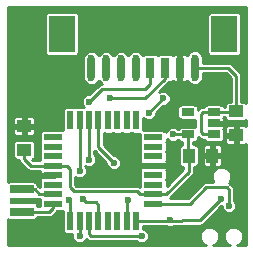
<source format=gtl>
G04 #@! TF.FileFunction,Copper,L1,Top,Signal*
%FSLAX46Y46*%
G04 Gerber Fmt 4.6, Leading zero omitted, Abs format (unit mm)*
G04 Created by KiCad (PCBNEW 4.0.7) date 04/14/20 22:35:50*
%MOMM*%
%LPD*%
G01*
G04 APERTURE LIST*
%ADD10C,0.100000*%
%ADD11C,0.600000*%
%ADD12R,1.250000X1.000000*%
%ADD13R,1.000000X1.250000*%
%ADD14R,1.060000X0.650000*%
%ADD15R,1.600000X0.550000*%
%ADD16R,0.550000X1.600000*%
%ADD17R,2.000000X0.700000*%
%ADD18R,2.000000X0.500000*%
%ADD19R,0.800000X1.700000*%
%ADD20R,2.200000X3.100000*%
%ADD21C,0.250000*%
%ADD22C,0.254000*%
G04 APERTURE END LIST*
D10*
D11*
X120500000Y-122100000D03*
X119600000Y-121200000D03*
X120500000Y-121200000D03*
X119600000Y-122100000D03*
X136600000Y-109700000D03*
X135700000Y-108800000D03*
X136600000Y-108800000D03*
X135700000Y-109700000D03*
X120400000Y-105300000D03*
X119500000Y-104400000D03*
X120400000Y-104400000D03*
X119500000Y-105300000D03*
X134000000Y-121875000D03*
X129400000Y-104900000D03*
X130300000Y-104000000D03*
X138300000Y-114550000D03*
X128250000Y-116500000D03*
X127000000Y-116750000D03*
X129400000Y-104000000D03*
X130300000Y-104900000D03*
X132650000Y-116150000D03*
X120200000Y-116650000D03*
X119050000Y-116200000D03*
D12*
X137750000Y-111250000D03*
X137750000Y-113250000D03*
D13*
X133750000Y-115000000D03*
X135750000Y-115000000D03*
D12*
X119800000Y-114500000D03*
X119800000Y-112500000D03*
D14*
X135850000Y-113200000D03*
X135850000Y-112250000D03*
X135850000Y-111300000D03*
X133650000Y-111300000D03*
X133650000Y-113200000D03*
D15*
X122250000Y-113450000D03*
X122250000Y-114250000D03*
X122250000Y-115050000D03*
X122250000Y-115850000D03*
X122250000Y-116650000D03*
X122250000Y-117450000D03*
X122250000Y-118250000D03*
X122250000Y-119050000D03*
D16*
X123700000Y-120500000D03*
X124500000Y-120500000D03*
X125300000Y-120500000D03*
X126100000Y-120500000D03*
X126900000Y-120500000D03*
X127700000Y-120500000D03*
X128500000Y-120500000D03*
X129300000Y-120500000D03*
D15*
X130750000Y-119050000D03*
X130750000Y-118250000D03*
X130750000Y-117450000D03*
X130750000Y-116650000D03*
X130750000Y-115850000D03*
X130750000Y-115050000D03*
X130750000Y-114250000D03*
X130750000Y-113450000D03*
D16*
X129300000Y-112000000D03*
X128500000Y-112000000D03*
X127700000Y-112000000D03*
X126900000Y-112000000D03*
X126100000Y-112000000D03*
X125300000Y-112000000D03*
X124500000Y-112000000D03*
X123700000Y-112000000D03*
D17*
X119600000Y-119750000D03*
D18*
X119600000Y-118800000D03*
D17*
X119600000Y-117850000D03*
D11*
X127400000Y-113700000D03*
D19*
X134250000Y-107575000D03*
X133000000Y-107575000D03*
X131750000Y-107575000D03*
X130500000Y-107575000D03*
X129250000Y-107575000D03*
X128000000Y-107575000D03*
X126750000Y-107575000D03*
X125500000Y-107575000D03*
D20*
X136750000Y-104675000D03*
X123000000Y-104675000D03*
D11*
X134250000Y-108425000D03*
X134250000Y-106700000D03*
X134250000Y-107575000D03*
X119600000Y-118800000D03*
X132400000Y-113200000D03*
X133750000Y-115000000D03*
X125325000Y-110425000D03*
X127075000Y-110150000D03*
X129250000Y-107575000D03*
X129250000Y-106725000D03*
X129250000Y-108450000D03*
X128000000Y-108425000D03*
X128000000Y-107575000D03*
X128000000Y-106725000D03*
X126750000Y-108425000D03*
X126750000Y-106725000D03*
X126750000Y-107575000D03*
X125500000Y-108425000D03*
X125500000Y-106725000D03*
X125500000Y-107575000D03*
X132150000Y-120450000D03*
X136500000Y-118650000D03*
X137150000Y-119250000D03*
X128600000Y-118750000D03*
X127400000Y-115600000D03*
X125300000Y-115325000D03*
X124785000Y-118650000D03*
X123600000Y-118750000D03*
X124500000Y-116300000D03*
X124500000Y-121800000D03*
X129750000Y-121800000D03*
X131575000Y-110150000D03*
X130375000Y-111350000D03*
D21*
X134250000Y-107575000D02*
X137085000Y-107575000D01*
X137750000Y-108240000D02*
X137750000Y-111250000D01*
X137085000Y-107575000D02*
X137750000Y-108240000D01*
X135850000Y-111300000D02*
X137700000Y-111300000D01*
X137700000Y-111300000D02*
X137750000Y-111250000D01*
X135850000Y-111300000D02*
X134950000Y-111300000D01*
X134950000Y-113200000D02*
X135850000Y-113200000D01*
X134750000Y-113000000D02*
X134950000Y-113200000D01*
X134750000Y-111500000D02*
X134750000Y-113000000D01*
X134950000Y-111300000D02*
X134750000Y-111500000D01*
X134250000Y-107575000D02*
X134250000Y-106700000D01*
X133650000Y-113200000D02*
X132400000Y-113200000D01*
X131850000Y-118250000D02*
X130750000Y-118250000D01*
X122250000Y-115850000D02*
X123400000Y-115850000D01*
X129600000Y-118250000D02*
X130750000Y-118250000D01*
X129350000Y-118000000D02*
X129600000Y-118250000D01*
X124000000Y-118000000D02*
X129350000Y-118000000D01*
X123650000Y-117650000D02*
X124000000Y-118000000D01*
X123650000Y-116100000D02*
X123650000Y-117650000D01*
X123400000Y-115850000D02*
X123650000Y-116100000D01*
X119800000Y-114500000D02*
X119800000Y-115300000D01*
X120350000Y-115850000D02*
X122250000Y-115850000D01*
X119800000Y-115300000D02*
X120350000Y-115850000D01*
X133305000Y-113200000D02*
X133650000Y-113200000D01*
X130750000Y-118250000D02*
X131850000Y-118250000D01*
X131850000Y-118250000D02*
X133750000Y-116350000D01*
X133750000Y-116350000D02*
X133750000Y-115000000D01*
X133650000Y-113200000D02*
X133650000Y-114900000D01*
X133650000Y-114900000D02*
X133750000Y-115000000D01*
X119600000Y-119750000D02*
X121900000Y-119750000D01*
X122250000Y-119400000D02*
X122250000Y-119050000D01*
X121900000Y-119750000D02*
X122250000Y-119400000D01*
X119600000Y-117850000D02*
X120700000Y-117850000D01*
X121100000Y-118250000D02*
X122250000Y-118250000D01*
X120700000Y-117850000D02*
X121100000Y-118250000D01*
X130500000Y-108925000D02*
X130500000Y-107575000D01*
X130050000Y-109375000D02*
X130500000Y-108925000D01*
X126375000Y-109375000D02*
X130050000Y-109375000D01*
X125325000Y-110425000D02*
X126375000Y-109375000D01*
X131750000Y-108475000D02*
X131750000Y-107575000D01*
X130075000Y-110150000D02*
X131750000Y-108475000D01*
X128950000Y-110150000D02*
X130075000Y-110150000D01*
X127075000Y-110150000D02*
X128950000Y-110150000D01*
X129250000Y-106725000D02*
X129250000Y-107575000D01*
X129250000Y-107575000D02*
X129250000Y-108450000D01*
X128000000Y-106725000D02*
X128000000Y-107575000D01*
X126750000Y-107575000D02*
X126750000Y-108425000D01*
X125500000Y-107575000D02*
X125500000Y-106725000D01*
X132150000Y-120450000D02*
X132150000Y-120500000D01*
X132150000Y-120500000D02*
X132150000Y-120450000D01*
X132150000Y-120450000D02*
X132150000Y-120500000D01*
X129300000Y-120500000D02*
X132150000Y-120500000D01*
X132150000Y-120500000D02*
X133150000Y-120500000D01*
X133150000Y-120500000D02*
X133175000Y-120475000D01*
X136500000Y-118650000D02*
X134675000Y-120475000D01*
X134675000Y-120475000D02*
X133175000Y-120475000D01*
X130750000Y-119050000D02*
X133850000Y-119050000D01*
X137150000Y-117875000D02*
X137150000Y-119250000D01*
X136950000Y-117675000D02*
X137150000Y-117875000D01*
X135225000Y-117675000D02*
X136950000Y-117675000D01*
X133850000Y-119050000D02*
X135225000Y-117675000D01*
X128500000Y-120500000D02*
X128500000Y-118850000D01*
X128500000Y-118850000D02*
X128600000Y-118750000D01*
X126100000Y-112000000D02*
X126100000Y-114300000D01*
X126100000Y-114300000D02*
X127400000Y-115600000D01*
X125300000Y-115325000D02*
X125300000Y-112000000D01*
X126100000Y-120500000D02*
X126100000Y-119200000D01*
X125850000Y-118950000D02*
X126100000Y-119200000D01*
X125085000Y-118950000D02*
X125850000Y-118950000D01*
X125085000Y-118950000D02*
X124785000Y-118650000D01*
X123700000Y-120500000D02*
X123700000Y-118850000D01*
X123700000Y-118850000D02*
X123600000Y-118750000D01*
X124500000Y-116300000D02*
X124500000Y-112000000D01*
X124500000Y-121800000D02*
X124500000Y-120500000D01*
X125300000Y-121650000D02*
X125300000Y-120500000D01*
X125450000Y-121800000D02*
X125300000Y-121650000D01*
X126550000Y-121800000D02*
X125450000Y-121800000D01*
X129750000Y-121800000D02*
X126550000Y-121800000D01*
X130375000Y-111350000D02*
X131575000Y-110150000D01*
D22*
G36*
X136814395Y-111871179D02*
X136886012Y-111982474D01*
X136995286Y-112057138D01*
X137125000Y-112083406D01*
X138375000Y-112083406D01*
X138496179Y-112060605D01*
X138598000Y-111995084D01*
X138598000Y-112510552D01*
X138560231Y-112472783D01*
X138440045Y-112423000D01*
X137958750Y-112423000D01*
X137877000Y-112504750D01*
X137877000Y-113123000D01*
X137897000Y-113123000D01*
X137897000Y-113377000D01*
X137877000Y-113377000D01*
X137877000Y-113995250D01*
X137958750Y-114077000D01*
X138440045Y-114077000D01*
X138560231Y-114027217D01*
X138598000Y-113989448D01*
X138598000Y-122598000D01*
X137811133Y-122598000D01*
X137981300Y-122527688D01*
X138212875Y-122296517D01*
X138338357Y-121994323D01*
X138338643Y-121667112D01*
X138213688Y-121364700D01*
X137982517Y-121133125D01*
X137680323Y-121007643D01*
X137353112Y-121007357D01*
X137050700Y-121132312D01*
X136819125Y-121363483D01*
X136693643Y-121665677D01*
X136693357Y-121992888D01*
X136818312Y-122295300D01*
X137049483Y-122526875D01*
X137220771Y-122598000D01*
X135779133Y-122598000D01*
X135949300Y-122527688D01*
X136180875Y-122296517D01*
X136306357Y-121994323D01*
X136306643Y-121667112D01*
X136181688Y-121364700D01*
X135950517Y-121133125D01*
X135648323Y-121007643D01*
X135321112Y-121007357D01*
X135018700Y-121132312D01*
X134787125Y-121363483D01*
X134661643Y-121665677D01*
X134661357Y-121992888D01*
X134786312Y-122295300D01*
X135017483Y-122526875D01*
X135188771Y-122598000D01*
X118402000Y-122598000D01*
X118402000Y-120360480D01*
X118470286Y-120407138D01*
X118600000Y-120433406D01*
X120600000Y-120433406D01*
X120721179Y-120410605D01*
X120832474Y-120338988D01*
X120907138Y-120229714D01*
X120912750Y-120202000D01*
X121900000Y-120202000D01*
X122072973Y-120167594D01*
X122219612Y-120069612D01*
X122569612Y-119719612D01*
X122610509Y-119658406D01*
X123050000Y-119658406D01*
X123101998Y-119648622D01*
X123091594Y-119700000D01*
X123091594Y-121300000D01*
X123114395Y-121421179D01*
X123186012Y-121532474D01*
X123295286Y-121607138D01*
X123425000Y-121633406D01*
X123890270Y-121633406D01*
X123873109Y-121674735D01*
X123872891Y-121924171D01*
X123968145Y-122154703D01*
X124144369Y-122331235D01*
X124374735Y-122426891D01*
X124624171Y-122427109D01*
X124854703Y-122331855D01*
X125031235Y-122155631D01*
X125070895Y-122060119D01*
X125130388Y-122119612D01*
X125277027Y-122217594D01*
X125450000Y-122252000D01*
X129315272Y-122252000D01*
X129394369Y-122331235D01*
X129624735Y-122426891D01*
X129874171Y-122427109D01*
X130104703Y-122331855D01*
X130281235Y-122155631D01*
X130376891Y-121925265D01*
X130377109Y-121675829D01*
X130281855Y-121445297D01*
X130105631Y-121268765D01*
X129908406Y-121186870D01*
X129908406Y-120952000D01*
X131765185Y-120952000D01*
X131794369Y-120981235D01*
X132024735Y-121076891D01*
X132274171Y-121077109D01*
X132504703Y-120981855D01*
X132534610Y-120952000D01*
X133150000Y-120952000D01*
X133275685Y-120927000D01*
X134675000Y-120927000D01*
X134847973Y-120892594D01*
X134994612Y-120794612D01*
X136512213Y-119277011D01*
X136522976Y-119277021D01*
X136522891Y-119374171D01*
X136618145Y-119604703D01*
X136794369Y-119781235D01*
X137024735Y-119876891D01*
X137274171Y-119877109D01*
X137504703Y-119781855D01*
X137681235Y-119605631D01*
X137776891Y-119375265D01*
X137777109Y-119125829D01*
X137681855Y-118895297D01*
X137602000Y-118815302D01*
X137602000Y-117875000D01*
X137567594Y-117702027D01*
X137469612Y-117555388D01*
X137269612Y-117355388D01*
X137142706Y-117270591D01*
X137196875Y-117216517D01*
X137322357Y-116914323D01*
X137322643Y-116587112D01*
X137197688Y-116284700D01*
X136966517Y-116053125D01*
X136664323Y-115927643D01*
X136374458Y-115927390D01*
X136435230Y-115902217D01*
X136527217Y-115810231D01*
X136577000Y-115690045D01*
X136577000Y-115208750D01*
X136495250Y-115127000D01*
X135877000Y-115127000D01*
X135877000Y-115870250D01*
X135958750Y-115952000D01*
X136277472Y-115952000D01*
X136034700Y-116052312D01*
X135803125Y-116283483D01*
X135677643Y-116585677D01*
X135677357Y-116912888D01*
X135802312Y-117215300D01*
X135809999Y-117223000D01*
X135225000Y-117223000D01*
X135052027Y-117257406D01*
X134905388Y-117355387D01*
X133662776Y-118598000D01*
X132127127Y-118598000D01*
X132169612Y-118569612D01*
X134069612Y-116669612D01*
X134167594Y-116522973D01*
X134202000Y-116350000D01*
X134202000Y-115958406D01*
X134250000Y-115958406D01*
X134371179Y-115935605D01*
X134482474Y-115863988D01*
X134557138Y-115754714D01*
X134583406Y-115625000D01*
X134583406Y-115208750D01*
X134923000Y-115208750D01*
X134923000Y-115690045D01*
X134972783Y-115810231D01*
X135064770Y-115902217D01*
X135184956Y-115952000D01*
X135541250Y-115952000D01*
X135623000Y-115870250D01*
X135623000Y-115127000D01*
X135004750Y-115127000D01*
X134923000Y-115208750D01*
X134583406Y-115208750D01*
X134583406Y-114375000D01*
X134571168Y-114309955D01*
X134923000Y-114309955D01*
X134923000Y-114791250D01*
X135004750Y-114873000D01*
X135623000Y-114873000D01*
X135623000Y-114129750D01*
X135877000Y-114129750D01*
X135877000Y-114873000D01*
X136495250Y-114873000D01*
X136577000Y-114791250D01*
X136577000Y-114309955D01*
X136527217Y-114189769D01*
X136435230Y-114097783D01*
X136315044Y-114048000D01*
X135958750Y-114048000D01*
X135877000Y-114129750D01*
X135623000Y-114129750D01*
X135541250Y-114048000D01*
X135184956Y-114048000D01*
X135064770Y-114097783D01*
X134972783Y-114189769D01*
X134923000Y-114309955D01*
X134571168Y-114309955D01*
X134560605Y-114253821D01*
X134488988Y-114142526D01*
X134379714Y-114067862D01*
X134250000Y-114041594D01*
X134102000Y-114041594D01*
X134102000Y-113858406D01*
X134180000Y-113858406D01*
X134301179Y-113835605D01*
X134412474Y-113763988D01*
X134487138Y-113654714D01*
X134513406Y-113525000D01*
X134513406Y-113402630D01*
X134630388Y-113519612D01*
X134777027Y-113617594D01*
X134950000Y-113652000D01*
X135013141Y-113652000D01*
X135081012Y-113757474D01*
X135190286Y-113832138D01*
X135320000Y-113858406D01*
X136380000Y-113858406D01*
X136501179Y-113835605D01*
X136612474Y-113763988D01*
X136687138Y-113654714D01*
X136713406Y-113525000D01*
X136713406Y-113458750D01*
X136798000Y-113458750D01*
X136798000Y-113815044D01*
X136847783Y-113935230D01*
X136939769Y-114027217D01*
X137059955Y-114077000D01*
X137541250Y-114077000D01*
X137623000Y-113995250D01*
X137623000Y-113377000D01*
X136879750Y-113377000D01*
X136798000Y-113458750D01*
X136713406Y-113458750D01*
X136713406Y-112875000D01*
X136690605Y-112753821D01*
X136671908Y-112724765D01*
X136688397Y-112684956D01*
X136798000Y-112684956D01*
X136798000Y-113041250D01*
X136879750Y-113123000D01*
X137623000Y-113123000D01*
X137623000Y-112504750D01*
X137541250Y-112423000D01*
X137059955Y-112423000D01*
X136939769Y-112472783D01*
X136847783Y-112564770D01*
X136798000Y-112684956D01*
X136688397Y-112684956D01*
X136707000Y-112640045D01*
X136707000Y-112458750D01*
X136625250Y-112377000D01*
X135977000Y-112377000D01*
X135977000Y-112397000D01*
X135723000Y-112397000D01*
X135723000Y-112377000D01*
X135703000Y-112377000D01*
X135703000Y-112123000D01*
X135723000Y-112123000D01*
X135723000Y-112103000D01*
X135977000Y-112103000D01*
X135977000Y-112123000D01*
X136625250Y-112123000D01*
X136707000Y-112041250D01*
X136707000Y-111859955D01*
X136672364Y-111776337D01*
X136687138Y-111754714D01*
X136687688Y-111752000D01*
X136791970Y-111752000D01*
X136814395Y-111871179D01*
X136814395Y-111871179D01*
G37*
X136814395Y-111871179D02*
X136886012Y-111982474D01*
X136995286Y-112057138D01*
X137125000Y-112083406D01*
X138375000Y-112083406D01*
X138496179Y-112060605D01*
X138598000Y-111995084D01*
X138598000Y-112510552D01*
X138560231Y-112472783D01*
X138440045Y-112423000D01*
X137958750Y-112423000D01*
X137877000Y-112504750D01*
X137877000Y-113123000D01*
X137897000Y-113123000D01*
X137897000Y-113377000D01*
X137877000Y-113377000D01*
X137877000Y-113995250D01*
X137958750Y-114077000D01*
X138440045Y-114077000D01*
X138560231Y-114027217D01*
X138598000Y-113989448D01*
X138598000Y-122598000D01*
X137811133Y-122598000D01*
X137981300Y-122527688D01*
X138212875Y-122296517D01*
X138338357Y-121994323D01*
X138338643Y-121667112D01*
X138213688Y-121364700D01*
X137982517Y-121133125D01*
X137680323Y-121007643D01*
X137353112Y-121007357D01*
X137050700Y-121132312D01*
X136819125Y-121363483D01*
X136693643Y-121665677D01*
X136693357Y-121992888D01*
X136818312Y-122295300D01*
X137049483Y-122526875D01*
X137220771Y-122598000D01*
X135779133Y-122598000D01*
X135949300Y-122527688D01*
X136180875Y-122296517D01*
X136306357Y-121994323D01*
X136306643Y-121667112D01*
X136181688Y-121364700D01*
X135950517Y-121133125D01*
X135648323Y-121007643D01*
X135321112Y-121007357D01*
X135018700Y-121132312D01*
X134787125Y-121363483D01*
X134661643Y-121665677D01*
X134661357Y-121992888D01*
X134786312Y-122295300D01*
X135017483Y-122526875D01*
X135188771Y-122598000D01*
X118402000Y-122598000D01*
X118402000Y-120360480D01*
X118470286Y-120407138D01*
X118600000Y-120433406D01*
X120600000Y-120433406D01*
X120721179Y-120410605D01*
X120832474Y-120338988D01*
X120907138Y-120229714D01*
X120912750Y-120202000D01*
X121900000Y-120202000D01*
X122072973Y-120167594D01*
X122219612Y-120069612D01*
X122569612Y-119719612D01*
X122610509Y-119658406D01*
X123050000Y-119658406D01*
X123101998Y-119648622D01*
X123091594Y-119700000D01*
X123091594Y-121300000D01*
X123114395Y-121421179D01*
X123186012Y-121532474D01*
X123295286Y-121607138D01*
X123425000Y-121633406D01*
X123890270Y-121633406D01*
X123873109Y-121674735D01*
X123872891Y-121924171D01*
X123968145Y-122154703D01*
X124144369Y-122331235D01*
X124374735Y-122426891D01*
X124624171Y-122427109D01*
X124854703Y-122331855D01*
X125031235Y-122155631D01*
X125070895Y-122060119D01*
X125130388Y-122119612D01*
X125277027Y-122217594D01*
X125450000Y-122252000D01*
X129315272Y-122252000D01*
X129394369Y-122331235D01*
X129624735Y-122426891D01*
X129874171Y-122427109D01*
X130104703Y-122331855D01*
X130281235Y-122155631D01*
X130376891Y-121925265D01*
X130377109Y-121675829D01*
X130281855Y-121445297D01*
X130105631Y-121268765D01*
X129908406Y-121186870D01*
X129908406Y-120952000D01*
X131765185Y-120952000D01*
X131794369Y-120981235D01*
X132024735Y-121076891D01*
X132274171Y-121077109D01*
X132504703Y-120981855D01*
X132534610Y-120952000D01*
X133150000Y-120952000D01*
X133275685Y-120927000D01*
X134675000Y-120927000D01*
X134847973Y-120892594D01*
X134994612Y-120794612D01*
X136512213Y-119277011D01*
X136522976Y-119277021D01*
X136522891Y-119374171D01*
X136618145Y-119604703D01*
X136794369Y-119781235D01*
X137024735Y-119876891D01*
X137274171Y-119877109D01*
X137504703Y-119781855D01*
X137681235Y-119605631D01*
X137776891Y-119375265D01*
X137777109Y-119125829D01*
X137681855Y-118895297D01*
X137602000Y-118815302D01*
X137602000Y-117875000D01*
X137567594Y-117702027D01*
X137469612Y-117555388D01*
X137269612Y-117355388D01*
X137142706Y-117270591D01*
X137196875Y-117216517D01*
X137322357Y-116914323D01*
X137322643Y-116587112D01*
X137197688Y-116284700D01*
X136966517Y-116053125D01*
X136664323Y-115927643D01*
X136374458Y-115927390D01*
X136435230Y-115902217D01*
X136527217Y-115810231D01*
X136577000Y-115690045D01*
X136577000Y-115208750D01*
X136495250Y-115127000D01*
X135877000Y-115127000D01*
X135877000Y-115870250D01*
X135958750Y-115952000D01*
X136277472Y-115952000D01*
X136034700Y-116052312D01*
X135803125Y-116283483D01*
X135677643Y-116585677D01*
X135677357Y-116912888D01*
X135802312Y-117215300D01*
X135809999Y-117223000D01*
X135225000Y-117223000D01*
X135052027Y-117257406D01*
X134905388Y-117355387D01*
X133662776Y-118598000D01*
X132127127Y-118598000D01*
X132169612Y-118569612D01*
X134069612Y-116669612D01*
X134167594Y-116522973D01*
X134202000Y-116350000D01*
X134202000Y-115958406D01*
X134250000Y-115958406D01*
X134371179Y-115935605D01*
X134482474Y-115863988D01*
X134557138Y-115754714D01*
X134583406Y-115625000D01*
X134583406Y-115208750D01*
X134923000Y-115208750D01*
X134923000Y-115690045D01*
X134972783Y-115810231D01*
X135064770Y-115902217D01*
X135184956Y-115952000D01*
X135541250Y-115952000D01*
X135623000Y-115870250D01*
X135623000Y-115127000D01*
X135004750Y-115127000D01*
X134923000Y-115208750D01*
X134583406Y-115208750D01*
X134583406Y-114375000D01*
X134571168Y-114309955D01*
X134923000Y-114309955D01*
X134923000Y-114791250D01*
X135004750Y-114873000D01*
X135623000Y-114873000D01*
X135623000Y-114129750D01*
X135877000Y-114129750D01*
X135877000Y-114873000D01*
X136495250Y-114873000D01*
X136577000Y-114791250D01*
X136577000Y-114309955D01*
X136527217Y-114189769D01*
X136435230Y-114097783D01*
X136315044Y-114048000D01*
X135958750Y-114048000D01*
X135877000Y-114129750D01*
X135623000Y-114129750D01*
X135541250Y-114048000D01*
X135184956Y-114048000D01*
X135064770Y-114097783D01*
X134972783Y-114189769D01*
X134923000Y-114309955D01*
X134571168Y-114309955D01*
X134560605Y-114253821D01*
X134488988Y-114142526D01*
X134379714Y-114067862D01*
X134250000Y-114041594D01*
X134102000Y-114041594D01*
X134102000Y-113858406D01*
X134180000Y-113858406D01*
X134301179Y-113835605D01*
X134412474Y-113763988D01*
X134487138Y-113654714D01*
X134513406Y-113525000D01*
X134513406Y-113402630D01*
X134630388Y-113519612D01*
X134777027Y-113617594D01*
X134950000Y-113652000D01*
X135013141Y-113652000D01*
X135081012Y-113757474D01*
X135190286Y-113832138D01*
X135320000Y-113858406D01*
X136380000Y-113858406D01*
X136501179Y-113835605D01*
X136612474Y-113763988D01*
X136687138Y-113654714D01*
X136713406Y-113525000D01*
X136713406Y-113458750D01*
X136798000Y-113458750D01*
X136798000Y-113815044D01*
X136847783Y-113935230D01*
X136939769Y-114027217D01*
X137059955Y-114077000D01*
X137541250Y-114077000D01*
X137623000Y-113995250D01*
X137623000Y-113377000D01*
X136879750Y-113377000D01*
X136798000Y-113458750D01*
X136713406Y-113458750D01*
X136713406Y-112875000D01*
X136690605Y-112753821D01*
X136671908Y-112724765D01*
X136688397Y-112684956D01*
X136798000Y-112684956D01*
X136798000Y-113041250D01*
X136879750Y-113123000D01*
X137623000Y-113123000D01*
X137623000Y-112504750D01*
X137541250Y-112423000D01*
X137059955Y-112423000D01*
X136939769Y-112472783D01*
X136847783Y-112564770D01*
X136798000Y-112684956D01*
X136688397Y-112684956D01*
X136707000Y-112640045D01*
X136707000Y-112458750D01*
X136625250Y-112377000D01*
X135977000Y-112377000D01*
X135977000Y-112397000D01*
X135723000Y-112397000D01*
X135723000Y-112377000D01*
X135703000Y-112377000D01*
X135703000Y-112123000D01*
X135723000Y-112123000D01*
X135723000Y-112103000D01*
X135977000Y-112103000D01*
X135977000Y-112123000D01*
X136625250Y-112123000D01*
X136707000Y-112041250D01*
X136707000Y-111859955D01*
X136672364Y-111776337D01*
X136687138Y-111754714D01*
X136687688Y-111752000D01*
X136791970Y-111752000D01*
X136814395Y-111871179D01*
G36*
X120927027Y-118667594D02*
X121100000Y-118702000D01*
X121131377Y-118702000D01*
X121116594Y-118775000D01*
X121116594Y-119298000D01*
X120914214Y-119298000D01*
X120910605Y-119278821D01*
X120879307Y-119230183D01*
X120927000Y-119115044D01*
X120927000Y-119006750D01*
X120845250Y-118925000D01*
X119727000Y-118925000D01*
X119727000Y-118947000D01*
X119473000Y-118947000D01*
X119473000Y-118925000D01*
X119453000Y-118925000D01*
X119453000Y-118675000D01*
X119473000Y-118675000D01*
X119473000Y-118653000D01*
X119727000Y-118653000D01*
X119727000Y-118675000D01*
X120845250Y-118675000D01*
X120882445Y-118637805D01*
X120927027Y-118667594D01*
X120927027Y-118667594D01*
G37*
X120927027Y-118667594D02*
X121100000Y-118702000D01*
X121131377Y-118702000D01*
X121116594Y-118775000D01*
X121116594Y-119298000D01*
X120914214Y-119298000D01*
X120910605Y-119278821D01*
X120879307Y-119230183D01*
X120927000Y-119115044D01*
X120927000Y-119006750D01*
X120845250Y-118925000D01*
X119727000Y-118925000D01*
X119727000Y-118947000D01*
X119473000Y-118947000D01*
X119473000Y-118925000D01*
X119453000Y-118925000D01*
X119453000Y-118675000D01*
X119473000Y-118675000D01*
X119473000Y-118653000D01*
X119727000Y-118653000D01*
X119727000Y-118675000D01*
X120845250Y-118675000D01*
X120882445Y-118637805D01*
X120927027Y-118667594D01*
G36*
X129025000Y-113133406D02*
X129575000Y-113133406D01*
X129626998Y-113123622D01*
X129616594Y-113175000D01*
X129616594Y-113725000D01*
X129639395Y-113846179D01*
X129641895Y-113850063D01*
X129616594Y-113975000D01*
X129616594Y-114525000D01*
X129639395Y-114646179D01*
X129641895Y-114650063D01*
X129616594Y-114775000D01*
X129616594Y-115325000D01*
X129639395Y-115446179D01*
X129645492Y-115455654D01*
X129623000Y-115509955D01*
X129623000Y-115641250D01*
X129704750Y-115723000D01*
X130623000Y-115723000D01*
X130623000Y-115703000D01*
X130877000Y-115703000D01*
X130877000Y-115723000D01*
X131795250Y-115723000D01*
X131877000Y-115641250D01*
X131877000Y-115509955D01*
X131855258Y-115457465D01*
X131857138Y-115454714D01*
X131883406Y-115325000D01*
X131883406Y-114775000D01*
X131860605Y-114653821D01*
X131858105Y-114649937D01*
X131883406Y-114525000D01*
X131883406Y-113975000D01*
X131860605Y-113853821D01*
X131858105Y-113849937D01*
X131883406Y-113725000D01*
X131883406Y-113569991D01*
X132044369Y-113731235D01*
X132274735Y-113826891D01*
X132524171Y-113827109D01*
X132754703Y-113731855D01*
X132821572Y-113665103D01*
X132881012Y-113757474D01*
X132990286Y-113832138D01*
X133120000Y-113858406D01*
X133198000Y-113858406D01*
X133198000Y-114051378D01*
X133128821Y-114064395D01*
X133017526Y-114136012D01*
X132942862Y-114245286D01*
X132916594Y-114375000D01*
X132916594Y-115625000D01*
X132939395Y-115746179D01*
X133011012Y-115857474D01*
X133120286Y-115932138D01*
X133250000Y-115958406D01*
X133298000Y-115958406D01*
X133298000Y-116162776D01*
X131883406Y-117577370D01*
X131883406Y-117175000D01*
X131860605Y-117053821D01*
X131858105Y-117049937D01*
X131883406Y-116925000D01*
X131883406Y-116375000D01*
X131860605Y-116253821D01*
X131854508Y-116244346D01*
X131877000Y-116190045D01*
X131877000Y-116058750D01*
X131795250Y-115977000D01*
X130877000Y-115977000D01*
X130877000Y-115997000D01*
X130623000Y-115997000D01*
X130623000Y-115977000D01*
X129704750Y-115977000D01*
X129623000Y-116058750D01*
X129623000Y-116190045D01*
X129644742Y-116242535D01*
X129642862Y-116245286D01*
X129616594Y-116375000D01*
X129616594Y-116925000D01*
X129639395Y-117046179D01*
X129641895Y-117050063D01*
X129616594Y-117175000D01*
X129616594Y-117644962D01*
X129522973Y-117582406D01*
X129350000Y-117548000D01*
X124187224Y-117548000D01*
X124102000Y-117462776D01*
X124102000Y-116788792D01*
X124144369Y-116831235D01*
X124374735Y-116926891D01*
X124624171Y-116927109D01*
X124854703Y-116831855D01*
X125031235Y-116655631D01*
X125126891Y-116425265D01*
X125127109Y-116175829D01*
X125031855Y-115945297D01*
X124952000Y-115865302D01*
X124952000Y-115859404D01*
X125174735Y-115951891D01*
X125424171Y-115952109D01*
X125654703Y-115856855D01*
X125831235Y-115680631D01*
X125926891Y-115450265D01*
X125927109Y-115200829D01*
X125831855Y-114970297D01*
X125752000Y-114890302D01*
X125752000Y-114577127D01*
X125780388Y-114619612D01*
X126772989Y-115612214D01*
X126772891Y-115724171D01*
X126868145Y-115954703D01*
X127044369Y-116131235D01*
X127274735Y-116226891D01*
X127524171Y-116227109D01*
X127754703Y-116131855D01*
X127931235Y-115955631D01*
X128026891Y-115725265D01*
X128027109Y-115475829D01*
X127931855Y-115245297D01*
X127755631Y-115068765D01*
X127525265Y-114973109D01*
X127412235Y-114973010D01*
X126552000Y-114112776D01*
X126552000Y-113118623D01*
X126625000Y-113133406D01*
X127175000Y-113133406D01*
X127296179Y-113110605D01*
X127300063Y-113108105D01*
X127425000Y-113133406D01*
X127975000Y-113133406D01*
X128096179Y-113110605D01*
X128100063Y-113108105D01*
X128225000Y-113133406D01*
X128775000Y-113133406D01*
X128896179Y-113110605D01*
X128900063Y-113108105D01*
X129025000Y-113133406D01*
X129025000Y-113133406D01*
G37*
X129025000Y-113133406D02*
X129575000Y-113133406D01*
X129626998Y-113123622D01*
X129616594Y-113175000D01*
X129616594Y-113725000D01*
X129639395Y-113846179D01*
X129641895Y-113850063D01*
X129616594Y-113975000D01*
X129616594Y-114525000D01*
X129639395Y-114646179D01*
X129641895Y-114650063D01*
X129616594Y-114775000D01*
X129616594Y-115325000D01*
X129639395Y-115446179D01*
X129645492Y-115455654D01*
X129623000Y-115509955D01*
X129623000Y-115641250D01*
X129704750Y-115723000D01*
X130623000Y-115723000D01*
X130623000Y-115703000D01*
X130877000Y-115703000D01*
X130877000Y-115723000D01*
X131795250Y-115723000D01*
X131877000Y-115641250D01*
X131877000Y-115509955D01*
X131855258Y-115457465D01*
X131857138Y-115454714D01*
X131883406Y-115325000D01*
X131883406Y-114775000D01*
X131860605Y-114653821D01*
X131858105Y-114649937D01*
X131883406Y-114525000D01*
X131883406Y-113975000D01*
X131860605Y-113853821D01*
X131858105Y-113849937D01*
X131883406Y-113725000D01*
X131883406Y-113569991D01*
X132044369Y-113731235D01*
X132274735Y-113826891D01*
X132524171Y-113827109D01*
X132754703Y-113731855D01*
X132821572Y-113665103D01*
X132881012Y-113757474D01*
X132990286Y-113832138D01*
X133120000Y-113858406D01*
X133198000Y-113858406D01*
X133198000Y-114051378D01*
X133128821Y-114064395D01*
X133017526Y-114136012D01*
X132942862Y-114245286D01*
X132916594Y-114375000D01*
X132916594Y-115625000D01*
X132939395Y-115746179D01*
X133011012Y-115857474D01*
X133120286Y-115932138D01*
X133250000Y-115958406D01*
X133298000Y-115958406D01*
X133298000Y-116162776D01*
X131883406Y-117577370D01*
X131883406Y-117175000D01*
X131860605Y-117053821D01*
X131858105Y-117049937D01*
X131883406Y-116925000D01*
X131883406Y-116375000D01*
X131860605Y-116253821D01*
X131854508Y-116244346D01*
X131877000Y-116190045D01*
X131877000Y-116058750D01*
X131795250Y-115977000D01*
X130877000Y-115977000D01*
X130877000Y-115997000D01*
X130623000Y-115997000D01*
X130623000Y-115977000D01*
X129704750Y-115977000D01*
X129623000Y-116058750D01*
X129623000Y-116190045D01*
X129644742Y-116242535D01*
X129642862Y-116245286D01*
X129616594Y-116375000D01*
X129616594Y-116925000D01*
X129639395Y-117046179D01*
X129641895Y-117050063D01*
X129616594Y-117175000D01*
X129616594Y-117644962D01*
X129522973Y-117582406D01*
X129350000Y-117548000D01*
X124187224Y-117548000D01*
X124102000Y-117462776D01*
X124102000Y-116788792D01*
X124144369Y-116831235D01*
X124374735Y-116926891D01*
X124624171Y-116927109D01*
X124854703Y-116831855D01*
X125031235Y-116655631D01*
X125126891Y-116425265D01*
X125127109Y-116175829D01*
X125031855Y-115945297D01*
X124952000Y-115865302D01*
X124952000Y-115859404D01*
X125174735Y-115951891D01*
X125424171Y-115952109D01*
X125654703Y-115856855D01*
X125831235Y-115680631D01*
X125926891Y-115450265D01*
X125927109Y-115200829D01*
X125831855Y-114970297D01*
X125752000Y-114890302D01*
X125752000Y-114577127D01*
X125780388Y-114619612D01*
X126772989Y-115612214D01*
X126772891Y-115724171D01*
X126868145Y-115954703D01*
X127044369Y-116131235D01*
X127274735Y-116226891D01*
X127524171Y-116227109D01*
X127754703Y-116131855D01*
X127931235Y-115955631D01*
X128026891Y-115725265D01*
X128027109Y-115475829D01*
X127931855Y-115245297D01*
X127755631Y-115068765D01*
X127525265Y-114973109D01*
X127412235Y-114973010D01*
X126552000Y-114112776D01*
X126552000Y-113118623D01*
X126625000Y-113133406D01*
X127175000Y-113133406D01*
X127296179Y-113110605D01*
X127300063Y-113108105D01*
X127425000Y-113133406D01*
X127975000Y-113133406D01*
X128096179Y-113110605D01*
X128100063Y-113108105D01*
X128225000Y-113133406D01*
X128775000Y-113133406D01*
X128896179Y-113110605D01*
X128900063Y-113108105D01*
X129025000Y-113133406D01*
G36*
X138598000Y-110506602D02*
X138504714Y-110442862D01*
X138375000Y-110416594D01*
X138202000Y-110416594D01*
X138202000Y-108240000D01*
X138167594Y-108067027D01*
X138069612Y-107920388D01*
X137404612Y-107255388D01*
X137257973Y-107157406D01*
X137085000Y-107123000D01*
X134983406Y-107123000D01*
X134983406Y-106725000D01*
X134960605Y-106603821D01*
X134888988Y-106492526D01*
X134824475Y-106448446D01*
X134781855Y-106345297D01*
X134605631Y-106168765D01*
X134375265Y-106073109D01*
X134125829Y-106072891D01*
X133895297Y-106168145D01*
X133718765Y-106344369D01*
X133675419Y-106448759D01*
X133621136Y-106483689D01*
X133585230Y-106447783D01*
X133465044Y-106398000D01*
X133208750Y-106398000D01*
X133127000Y-106479750D01*
X133127000Y-107448000D01*
X133147000Y-107448000D01*
X133147000Y-107702000D01*
X133127000Y-107702000D01*
X133127000Y-108670250D01*
X133208750Y-108752000D01*
X133465044Y-108752000D01*
X133585230Y-108702217D01*
X133622277Y-108665171D01*
X133689918Y-108711388D01*
X133718145Y-108779703D01*
X133894369Y-108956235D01*
X134124735Y-109051891D01*
X134374171Y-109052109D01*
X134604703Y-108956855D01*
X134781235Y-108780631D01*
X134810415Y-108710357D01*
X134882474Y-108663988D01*
X134957138Y-108554714D01*
X134983406Y-108425000D01*
X134983406Y-108027000D01*
X136897776Y-108027000D01*
X137298000Y-108427224D01*
X137298000Y-110416594D01*
X137125000Y-110416594D01*
X137003821Y-110439395D01*
X136892526Y-110511012D01*
X136817862Y-110620286D01*
X136791594Y-110750000D01*
X136791594Y-110848000D01*
X136686859Y-110848000D01*
X136618988Y-110742526D01*
X136509714Y-110667862D01*
X136380000Y-110641594D01*
X135320000Y-110641594D01*
X135198821Y-110664395D01*
X135087526Y-110736012D01*
X135012862Y-110845286D01*
X135012312Y-110848000D01*
X134950000Y-110848000D01*
X134777027Y-110882406D01*
X134630388Y-110980388D01*
X134513406Y-111097370D01*
X134513406Y-110975000D01*
X134490605Y-110853821D01*
X134418988Y-110742526D01*
X134309714Y-110667862D01*
X134180000Y-110641594D01*
X133120000Y-110641594D01*
X132998821Y-110664395D01*
X132887526Y-110736012D01*
X132812862Y-110845286D01*
X132786594Y-110975000D01*
X132786594Y-111625000D01*
X132809395Y-111746179D01*
X132881012Y-111857474D01*
X132990286Y-111932138D01*
X133120000Y-111958406D01*
X134180000Y-111958406D01*
X134298000Y-111936203D01*
X134298000Y-112565490D01*
X134180000Y-112541594D01*
X133120000Y-112541594D01*
X132998821Y-112564395D01*
X132887526Y-112636012D01*
X132820646Y-112733894D01*
X132755631Y-112668765D01*
X132525265Y-112573109D01*
X132275829Y-112572891D01*
X132045297Y-112668145D01*
X131868765Y-112844369D01*
X131812703Y-112979381D01*
X131788988Y-112942526D01*
X131679714Y-112867862D01*
X131550000Y-112841594D01*
X129950000Y-112841594D01*
X129898002Y-112851378D01*
X129908406Y-112800000D01*
X129908406Y-111770078D01*
X130019369Y-111881235D01*
X130249735Y-111976891D01*
X130499171Y-111977109D01*
X130729703Y-111881855D01*
X130906235Y-111705631D01*
X131001891Y-111475265D01*
X131001990Y-111362234D01*
X131587213Y-110777011D01*
X131699171Y-110777109D01*
X131929703Y-110681855D01*
X132106235Y-110505631D01*
X132201891Y-110275265D01*
X132202109Y-110025829D01*
X132106855Y-109795297D01*
X131930631Y-109618765D01*
X131700265Y-109523109D01*
X131450829Y-109522891D01*
X131264233Y-109599991D01*
X132069612Y-108794612D01*
X132093804Y-108758406D01*
X132150000Y-108758406D01*
X132271179Y-108735605D01*
X132378864Y-108666311D01*
X132414770Y-108702217D01*
X132534956Y-108752000D01*
X132791250Y-108752000D01*
X132873000Y-108670250D01*
X132873000Y-107702000D01*
X132853000Y-107702000D01*
X132853000Y-107448000D01*
X132873000Y-107448000D01*
X132873000Y-106479750D01*
X132791250Y-106398000D01*
X132534956Y-106398000D01*
X132414770Y-106447783D01*
X132377723Y-106484829D01*
X132279714Y-106417862D01*
X132150000Y-106391594D01*
X131350000Y-106391594D01*
X131228821Y-106414395D01*
X131123669Y-106482059D01*
X131029714Y-106417862D01*
X130900000Y-106391594D01*
X130100000Y-106391594D01*
X129978821Y-106414395D01*
X129873669Y-106482059D01*
X129810082Y-106438612D01*
X129781855Y-106370297D01*
X129605631Y-106193765D01*
X129375265Y-106098109D01*
X129125829Y-106097891D01*
X128895297Y-106193145D01*
X128718765Y-106369369D01*
X128689585Y-106439643D01*
X128623669Y-106482059D01*
X128560082Y-106438612D01*
X128531855Y-106370297D01*
X128355631Y-106193765D01*
X128125265Y-106098109D01*
X127875829Y-106097891D01*
X127645297Y-106193145D01*
X127468765Y-106369369D01*
X127439585Y-106439643D01*
X127373669Y-106482059D01*
X127310082Y-106438612D01*
X127281855Y-106370297D01*
X127105631Y-106193765D01*
X126875265Y-106098109D01*
X126625829Y-106097891D01*
X126395297Y-106193145D01*
X126218765Y-106369369D01*
X126189585Y-106439643D01*
X126123669Y-106482059D01*
X126060082Y-106438612D01*
X126031855Y-106370297D01*
X125855631Y-106193765D01*
X125625265Y-106098109D01*
X125375829Y-106097891D01*
X125145297Y-106193145D01*
X124968765Y-106369369D01*
X124939585Y-106439643D01*
X124867526Y-106486012D01*
X124792862Y-106595286D01*
X124766594Y-106725000D01*
X124766594Y-108425000D01*
X124789395Y-108546179D01*
X124861012Y-108657474D01*
X124939918Y-108711388D01*
X124968145Y-108779703D01*
X125144369Y-108956235D01*
X125374735Y-109051891D01*
X125624171Y-109052109D01*
X125854703Y-108956855D01*
X126031235Y-108780631D01*
X126060415Y-108710357D01*
X126126331Y-108667941D01*
X126189918Y-108711388D01*
X126218145Y-108779703D01*
X126363480Y-108925292D01*
X126207914Y-108956235D01*
X126202027Y-108957406D01*
X126055388Y-109055388D01*
X125312787Y-109797989D01*
X125200829Y-109797891D01*
X124970297Y-109893145D01*
X124793765Y-110069369D01*
X124698109Y-110299735D01*
X124697891Y-110549171D01*
X124793145Y-110779703D01*
X124903105Y-110889856D01*
X124899937Y-110891895D01*
X124775000Y-110866594D01*
X124225000Y-110866594D01*
X124103821Y-110889395D01*
X124099937Y-110891895D01*
X123975000Y-110866594D01*
X123425000Y-110866594D01*
X123303821Y-110889395D01*
X123192526Y-110961012D01*
X123117862Y-111070286D01*
X123091594Y-111200000D01*
X123091594Y-112800000D01*
X123101378Y-112851998D01*
X123050000Y-112841594D01*
X121450000Y-112841594D01*
X121328821Y-112864395D01*
X121217526Y-112936012D01*
X121142862Y-113045286D01*
X121116594Y-113175000D01*
X121116594Y-113725000D01*
X121139395Y-113846179D01*
X121141895Y-113850063D01*
X121116594Y-113975000D01*
X121116594Y-114525000D01*
X121139395Y-114646179D01*
X121141895Y-114650063D01*
X121116594Y-114775000D01*
X121116594Y-115325000D01*
X121130330Y-115398000D01*
X120537225Y-115398000D01*
X120465088Y-115325863D01*
X120546179Y-115310605D01*
X120657474Y-115238988D01*
X120732138Y-115129714D01*
X120758406Y-115000000D01*
X120758406Y-114000000D01*
X120735605Y-113878821D01*
X120663988Y-113767526D01*
X120554714Y-113692862D01*
X120425000Y-113666594D01*
X119175000Y-113666594D01*
X119053821Y-113689395D01*
X118942526Y-113761012D01*
X118867862Y-113870286D01*
X118841594Y-114000000D01*
X118841594Y-115000000D01*
X118864395Y-115121179D01*
X118936012Y-115232474D01*
X119045286Y-115307138D01*
X119175000Y-115333406D01*
X119354645Y-115333406D01*
X119382406Y-115472973D01*
X119480388Y-115619612D01*
X120030387Y-116169612D01*
X120143641Y-116245286D01*
X120177027Y-116267594D01*
X120350000Y-116302000D01*
X121126295Y-116302000D01*
X121123000Y-116309955D01*
X121123000Y-116441250D01*
X121204750Y-116523000D01*
X122123000Y-116523000D01*
X122123000Y-116503000D01*
X122377000Y-116503000D01*
X122377000Y-116523000D01*
X122397000Y-116523000D01*
X122397000Y-116777000D01*
X122377000Y-116777000D01*
X122377000Y-116797000D01*
X122123000Y-116797000D01*
X122123000Y-116777000D01*
X121204750Y-116777000D01*
X121123000Y-116858750D01*
X121123000Y-116990045D01*
X121144742Y-117042535D01*
X121142862Y-117045286D01*
X121116594Y-117175000D01*
X121116594Y-117627370D01*
X121019612Y-117530388D01*
X120927549Y-117468873D01*
X120910605Y-117378821D01*
X120838988Y-117267526D01*
X120729714Y-117192862D01*
X120600000Y-117166594D01*
X118600000Y-117166594D01*
X118478821Y-117189395D01*
X118402000Y-117238828D01*
X118402000Y-112708750D01*
X118848000Y-112708750D01*
X118848000Y-113065044D01*
X118897783Y-113185230D01*
X118989769Y-113277217D01*
X119109955Y-113327000D01*
X119591250Y-113327000D01*
X119673000Y-113245250D01*
X119673000Y-112627000D01*
X119927000Y-112627000D01*
X119927000Y-113245250D01*
X120008750Y-113327000D01*
X120490045Y-113327000D01*
X120610231Y-113277217D01*
X120702217Y-113185230D01*
X120752000Y-113065044D01*
X120752000Y-112708750D01*
X120670250Y-112627000D01*
X119927000Y-112627000D01*
X119673000Y-112627000D01*
X118929750Y-112627000D01*
X118848000Y-112708750D01*
X118402000Y-112708750D01*
X118402000Y-111934956D01*
X118848000Y-111934956D01*
X118848000Y-112291250D01*
X118929750Y-112373000D01*
X119673000Y-112373000D01*
X119673000Y-111754750D01*
X119927000Y-111754750D01*
X119927000Y-112373000D01*
X120670250Y-112373000D01*
X120752000Y-112291250D01*
X120752000Y-111934956D01*
X120702217Y-111814770D01*
X120610231Y-111722783D01*
X120490045Y-111673000D01*
X120008750Y-111673000D01*
X119927000Y-111754750D01*
X119673000Y-111754750D01*
X119591250Y-111673000D01*
X119109955Y-111673000D01*
X118989769Y-111722783D01*
X118897783Y-111814770D01*
X118848000Y-111934956D01*
X118402000Y-111934956D01*
X118402000Y-103125000D01*
X121566594Y-103125000D01*
X121566594Y-106225000D01*
X121589395Y-106346179D01*
X121661012Y-106457474D01*
X121770286Y-106532138D01*
X121900000Y-106558406D01*
X124100000Y-106558406D01*
X124221179Y-106535605D01*
X124332474Y-106463988D01*
X124407138Y-106354714D01*
X124433406Y-106225000D01*
X124433406Y-103125000D01*
X135316594Y-103125000D01*
X135316594Y-106225000D01*
X135339395Y-106346179D01*
X135411012Y-106457474D01*
X135520286Y-106532138D01*
X135650000Y-106558406D01*
X137850000Y-106558406D01*
X137971179Y-106535605D01*
X138082474Y-106463988D01*
X138157138Y-106354714D01*
X138183406Y-106225000D01*
X138183406Y-103125000D01*
X138160605Y-103003821D01*
X138088988Y-102892526D01*
X137979714Y-102817862D01*
X137850000Y-102791594D01*
X135650000Y-102791594D01*
X135528821Y-102814395D01*
X135417526Y-102886012D01*
X135342862Y-102995286D01*
X135316594Y-103125000D01*
X124433406Y-103125000D01*
X124410605Y-103003821D01*
X124338988Y-102892526D01*
X124229714Y-102817862D01*
X124100000Y-102791594D01*
X121900000Y-102791594D01*
X121778821Y-102814395D01*
X121667526Y-102886012D01*
X121592862Y-102995286D01*
X121566594Y-103125000D01*
X118402000Y-103125000D01*
X118402000Y-102402000D01*
X138598000Y-102402000D01*
X138598000Y-110506602D01*
X138598000Y-110506602D01*
G37*
X138598000Y-110506602D02*
X138504714Y-110442862D01*
X138375000Y-110416594D01*
X138202000Y-110416594D01*
X138202000Y-108240000D01*
X138167594Y-108067027D01*
X138069612Y-107920388D01*
X137404612Y-107255388D01*
X137257973Y-107157406D01*
X137085000Y-107123000D01*
X134983406Y-107123000D01*
X134983406Y-106725000D01*
X134960605Y-106603821D01*
X134888988Y-106492526D01*
X134824475Y-106448446D01*
X134781855Y-106345297D01*
X134605631Y-106168765D01*
X134375265Y-106073109D01*
X134125829Y-106072891D01*
X133895297Y-106168145D01*
X133718765Y-106344369D01*
X133675419Y-106448759D01*
X133621136Y-106483689D01*
X133585230Y-106447783D01*
X133465044Y-106398000D01*
X133208750Y-106398000D01*
X133127000Y-106479750D01*
X133127000Y-107448000D01*
X133147000Y-107448000D01*
X133147000Y-107702000D01*
X133127000Y-107702000D01*
X133127000Y-108670250D01*
X133208750Y-108752000D01*
X133465044Y-108752000D01*
X133585230Y-108702217D01*
X133622277Y-108665171D01*
X133689918Y-108711388D01*
X133718145Y-108779703D01*
X133894369Y-108956235D01*
X134124735Y-109051891D01*
X134374171Y-109052109D01*
X134604703Y-108956855D01*
X134781235Y-108780631D01*
X134810415Y-108710357D01*
X134882474Y-108663988D01*
X134957138Y-108554714D01*
X134983406Y-108425000D01*
X134983406Y-108027000D01*
X136897776Y-108027000D01*
X137298000Y-108427224D01*
X137298000Y-110416594D01*
X137125000Y-110416594D01*
X137003821Y-110439395D01*
X136892526Y-110511012D01*
X136817862Y-110620286D01*
X136791594Y-110750000D01*
X136791594Y-110848000D01*
X136686859Y-110848000D01*
X136618988Y-110742526D01*
X136509714Y-110667862D01*
X136380000Y-110641594D01*
X135320000Y-110641594D01*
X135198821Y-110664395D01*
X135087526Y-110736012D01*
X135012862Y-110845286D01*
X135012312Y-110848000D01*
X134950000Y-110848000D01*
X134777027Y-110882406D01*
X134630388Y-110980388D01*
X134513406Y-111097370D01*
X134513406Y-110975000D01*
X134490605Y-110853821D01*
X134418988Y-110742526D01*
X134309714Y-110667862D01*
X134180000Y-110641594D01*
X133120000Y-110641594D01*
X132998821Y-110664395D01*
X132887526Y-110736012D01*
X132812862Y-110845286D01*
X132786594Y-110975000D01*
X132786594Y-111625000D01*
X132809395Y-111746179D01*
X132881012Y-111857474D01*
X132990286Y-111932138D01*
X133120000Y-111958406D01*
X134180000Y-111958406D01*
X134298000Y-111936203D01*
X134298000Y-112565490D01*
X134180000Y-112541594D01*
X133120000Y-112541594D01*
X132998821Y-112564395D01*
X132887526Y-112636012D01*
X132820646Y-112733894D01*
X132755631Y-112668765D01*
X132525265Y-112573109D01*
X132275829Y-112572891D01*
X132045297Y-112668145D01*
X131868765Y-112844369D01*
X131812703Y-112979381D01*
X131788988Y-112942526D01*
X131679714Y-112867862D01*
X131550000Y-112841594D01*
X129950000Y-112841594D01*
X129898002Y-112851378D01*
X129908406Y-112800000D01*
X129908406Y-111770078D01*
X130019369Y-111881235D01*
X130249735Y-111976891D01*
X130499171Y-111977109D01*
X130729703Y-111881855D01*
X130906235Y-111705631D01*
X131001891Y-111475265D01*
X131001990Y-111362234D01*
X131587213Y-110777011D01*
X131699171Y-110777109D01*
X131929703Y-110681855D01*
X132106235Y-110505631D01*
X132201891Y-110275265D01*
X132202109Y-110025829D01*
X132106855Y-109795297D01*
X131930631Y-109618765D01*
X131700265Y-109523109D01*
X131450829Y-109522891D01*
X131264233Y-109599991D01*
X132069612Y-108794612D01*
X132093804Y-108758406D01*
X132150000Y-108758406D01*
X132271179Y-108735605D01*
X132378864Y-108666311D01*
X132414770Y-108702217D01*
X132534956Y-108752000D01*
X132791250Y-108752000D01*
X132873000Y-108670250D01*
X132873000Y-107702000D01*
X132853000Y-107702000D01*
X132853000Y-107448000D01*
X132873000Y-107448000D01*
X132873000Y-106479750D01*
X132791250Y-106398000D01*
X132534956Y-106398000D01*
X132414770Y-106447783D01*
X132377723Y-106484829D01*
X132279714Y-106417862D01*
X132150000Y-106391594D01*
X131350000Y-106391594D01*
X131228821Y-106414395D01*
X131123669Y-106482059D01*
X131029714Y-106417862D01*
X130900000Y-106391594D01*
X130100000Y-106391594D01*
X129978821Y-106414395D01*
X129873669Y-106482059D01*
X129810082Y-106438612D01*
X129781855Y-106370297D01*
X129605631Y-106193765D01*
X129375265Y-106098109D01*
X129125829Y-106097891D01*
X128895297Y-106193145D01*
X128718765Y-106369369D01*
X128689585Y-106439643D01*
X128623669Y-106482059D01*
X128560082Y-106438612D01*
X128531855Y-106370297D01*
X128355631Y-106193765D01*
X128125265Y-106098109D01*
X127875829Y-106097891D01*
X127645297Y-106193145D01*
X127468765Y-106369369D01*
X127439585Y-106439643D01*
X127373669Y-106482059D01*
X127310082Y-106438612D01*
X127281855Y-106370297D01*
X127105631Y-106193765D01*
X126875265Y-106098109D01*
X126625829Y-106097891D01*
X126395297Y-106193145D01*
X126218765Y-106369369D01*
X126189585Y-106439643D01*
X126123669Y-106482059D01*
X126060082Y-106438612D01*
X126031855Y-106370297D01*
X125855631Y-106193765D01*
X125625265Y-106098109D01*
X125375829Y-106097891D01*
X125145297Y-106193145D01*
X124968765Y-106369369D01*
X124939585Y-106439643D01*
X124867526Y-106486012D01*
X124792862Y-106595286D01*
X124766594Y-106725000D01*
X124766594Y-108425000D01*
X124789395Y-108546179D01*
X124861012Y-108657474D01*
X124939918Y-108711388D01*
X124968145Y-108779703D01*
X125144369Y-108956235D01*
X125374735Y-109051891D01*
X125624171Y-109052109D01*
X125854703Y-108956855D01*
X126031235Y-108780631D01*
X126060415Y-108710357D01*
X126126331Y-108667941D01*
X126189918Y-108711388D01*
X126218145Y-108779703D01*
X126363480Y-108925292D01*
X126207914Y-108956235D01*
X126202027Y-108957406D01*
X126055388Y-109055388D01*
X125312787Y-109797989D01*
X125200829Y-109797891D01*
X124970297Y-109893145D01*
X124793765Y-110069369D01*
X124698109Y-110299735D01*
X124697891Y-110549171D01*
X124793145Y-110779703D01*
X124903105Y-110889856D01*
X124899937Y-110891895D01*
X124775000Y-110866594D01*
X124225000Y-110866594D01*
X124103821Y-110889395D01*
X124099937Y-110891895D01*
X123975000Y-110866594D01*
X123425000Y-110866594D01*
X123303821Y-110889395D01*
X123192526Y-110961012D01*
X123117862Y-111070286D01*
X123091594Y-111200000D01*
X123091594Y-112800000D01*
X123101378Y-112851998D01*
X123050000Y-112841594D01*
X121450000Y-112841594D01*
X121328821Y-112864395D01*
X121217526Y-112936012D01*
X121142862Y-113045286D01*
X121116594Y-113175000D01*
X121116594Y-113725000D01*
X121139395Y-113846179D01*
X121141895Y-113850063D01*
X121116594Y-113975000D01*
X121116594Y-114525000D01*
X121139395Y-114646179D01*
X121141895Y-114650063D01*
X121116594Y-114775000D01*
X121116594Y-115325000D01*
X121130330Y-115398000D01*
X120537225Y-115398000D01*
X120465088Y-115325863D01*
X120546179Y-115310605D01*
X120657474Y-115238988D01*
X120732138Y-115129714D01*
X120758406Y-115000000D01*
X120758406Y-114000000D01*
X120735605Y-113878821D01*
X120663988Y-113767526D01*
X120554714Y-113692862D01*
X120425000Y-113666594D01*
X119175000Y-113666594D01*
X119053821Y-113689395D01*
X118942526Y-113761012D01*
X118867862Y-113870286D01*
X118841594Y-114000000D01*
X118841594Y-115000000D01*
X118864395Y-115121179D01*
X118936012Y-115232474D01*
X119045286Y-115307138D01*
X119175000Y-115333406D01*
X119354645Y-115333406D01*
X119382406Y-115472973D01*
X119480388Y-115619612D01*
X120030387Y-116169612D01*
X120143641Y-116245286D01*
X120177027Y-116267594D01*
X120350000Y-116302000D01*
X121126295Y-116302000D01*
X121123000Y-116309955D01*
X121123000Y-116441250D01*
X121204750Y-116523000D01*
X122123000Y-116523000D01*
X122123000Y-116503000D01*
X122377000Y-116503000D01*
X122377000Y-116523000D01*
X122397000Y-116523000D01*
X122397000Y-116777000D01*
X122377000Y-116777000D01*
X122377000Y-116797000D01*
X122123000Y-116797000D01*
X122123000Y-116777000D01*
X121204750Y-116777000D01*
X121123000Y-116858750D01*
X121123000Y-116990045D01*
X121144742Y-117042535D01*
X121142862Y-117045286D01*
X121116594Y-117175000D01*
X121116594Y-117627370D01*
X121019612Y-117530388D01*
X120927549Y-117468873D01*
X120910605Y-117378821D01*
X120838988Y-117267526D01*
X120729714Y-117192862D01*
X120600000Y-117166594D01*
X118600000Y-117166594D01*
X118478821Y-117189395D01*
X118402000Y-117238828D01*
X118402000Y-112708750D01*
X118848000Y-112708750D01*
X118848000Y-113065044D01*
X118897783Y-113185230D01*
X118989769Y-113277217D01*
X119109955Y-113327000D01*
X119591250Y-113327000D01*
X119673000Y-113245250D01*
X119673000Y-112627000D01*
X119927000Y-112627000D01*
X119927000Y-113245250D01*
X120008750Y-113327000D01*
X120490045Y-113327000D01*
X120610231Y-113277217D01*
X120702217Y-113185230D01*
X120752000Y-113065044D01*
X120752000Y-112708750D01*
X120670250Y-112627000D01*
X119927000Y-112627000D01*
X119673000Y-112627000D01*
X118929750Y-112627000D01*
X118848000Y-112708750D01*
X118402000Y-112708750D01*
X118402000Y-111934956D01*
X118848000Y-111934956D01*
X118848000Y-112291250D01*
X118929750Y-112373000D01*
X119673000Y-112373000D01*
X119673000Y-111754750D01*
X119927000Y-111754750D01*
X119927000Y-112373000D01*
X120670250Y-112373000D01*
X120752000Y-112291250D01*
X120752000Y-111934956D01*
X120702217Y-111814770D01*
X120610231Y-111722783D01*
X120490045Y-111673000D01*
X120008750Y-111673000D01*
X119927000Y-111754750D01*
X119673000Y-111754750D01*
X119591250Y-111673000D01*
X119109955Y-111673000D01*
X118989769Y-111722783D01*
X118897783Y-111814770D01*
X118848000Y-111934956D01*
X118402000Y-111934956D01*
X118402000Y-103125000D01*
X121566594Y-103125000D01*
X121566594Y-106225000D01*
X121589395Y-106346179D01*
X121661012Y-106457474D01*
X121770286Y-106532138D01*
X121900000Y-106558406D01*
X124100000Y-106558406D01*
X124221179Y-106535605D01*
X124332474Y-106463988D01*
X124407138Y-106354714D01*
X124433406Y-106225000D01*
X124433406Y-103125000D01*
X135316594Y-103125000D01*
X135316594Y-106225000D01*
X135339395Y-106346179D01*
X135411012Y-106457474D01*
X135520286Y-106532138D01*
X135650000Y-106558406D01*
X137850000Y-106558406D01*
X137971179Y-106535605D01*
X138082474Y-106463988D01*
X138157138Y-106354714D01*
X138183406Y-106225000D01*
X138183406Y-103125000D01*
X138160605Y-103003821D01*
X138088988Y-102892526D01*
X137979714Y-102817862D01*
X137850000Y-102791594D01*
X135650000Y-102791594D01*
X135528821Y-102814395D01*
X135417526Y-102886012D01*
X135342862Y-102995286D01*
X135316594Y-103125000D01*
X124433406Y-103125000D01*
X124410605Y-103003821D01*
X124338988Y-102892526D01*
X124229714Y-102817862D01*
X124100000Y-102791594D01*
X121900000Y-102791594D01*
X121778821Y-102814395D01*
X121667526Y-102886012D01*
X121592862Y-102995286D01*
X121566594Y-103125000D01*
X118402000Y-103125000D01*
X118402000Y-102402000D01*
X138598000Y-102402000D01*
X138598000Y-110506602D01*
M02*

</source>
